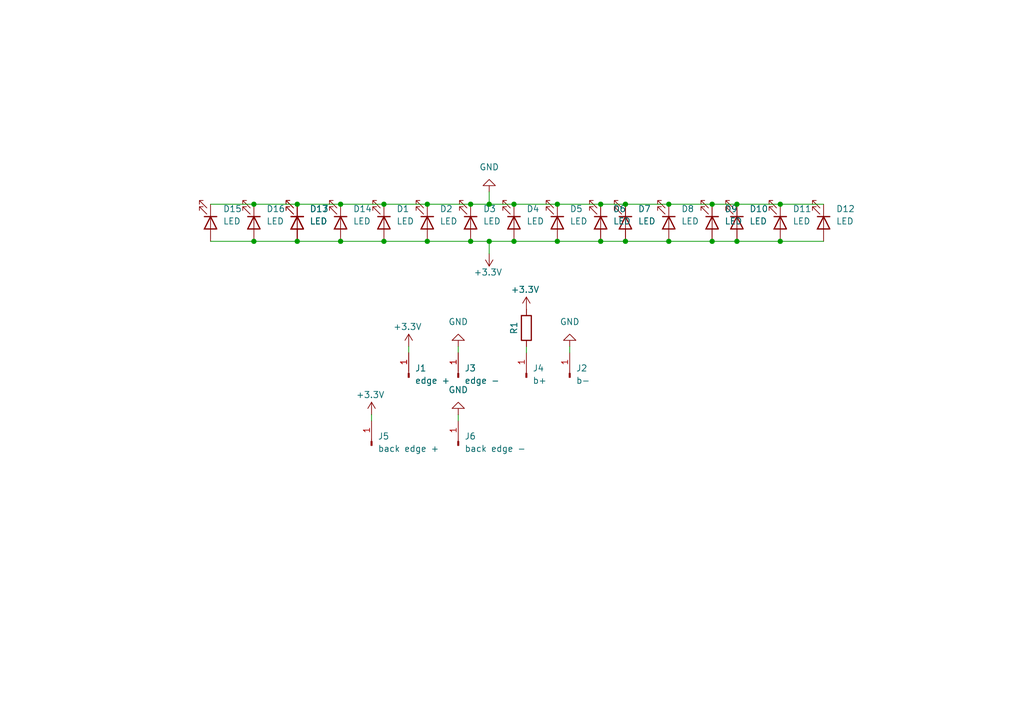
<source format=kicad_sch>
(kicad_sch (version 20250114) (generator "eeschema") (generator_version "9.0")
  (paper "A5")
  (lib_symbols
    (symbol "Connector:Conn_01x01_Pin" (pin_names (offset 1.016) (hide yes))
      (property "Reference" "J" (at 0 2.54 0))
      (property "Value" "Conn_01x01_Pin" (at 0 -2.54 0))
      (symbol "Conn_01x01_Pin_1_1"
        (rectangle (start 0.8636 0.127) (end 0 -0.127) (stroke (width 0.1524)) (fill (type outline)))
        (polyline (pts (xy 1.27 0) (xy 0.8636 0)) (stroke (width 0.1524)))
        (pin passive line (at 5.08 0 180) (length 3.81) (name "Pin_1") (number "1"))
      )
    )
    (symbol "Device:LED" (pin_numbers (hide yes)) (pin_names (offset 1.016) (hide yes))
      (property "Reference" "D" (at 0 2.54 0))
      (property "Value" "LED" (at 0 -2.54 0))
      (symbol "LED_0_1"
        (polyline (pts (xy -3.048 -0.762) (xy -4.572 -2.286) (xy -3.81 -2.286) (xy -4.572 -2.286) (xy -4.572 -1.524)))
        (polyline (pts (xy -1.778 -0.762) (xy -3.302 -2.286) (xy -2.54 -2.286) (xy -3.302 -2.286) (xy -3.302 -1.524)))
        (polyline (pts (xy -1.27 0) (xy 1.27 0)))
        (polyline (pts (xy -1.27 -1.27) (xy -1.27 1.27)) (stroke (width 0.254)))
        (polyline (pts (xy 1.27 -1.27) (xy 1.27 1.27) (xy -1.27 0) (xy 1.27 -1.27)) (stroke (width 0.254)))
      )
      (symbol "LED_1_1"
        (pin passive line (at -3.81 0 0) (length 2.54) (name "K") (number "1"))
        (pin passive line (at 3.81 0 180) (length 2.54) (name "A") (number "2"))
      )
    )
    (symbol "Device:R" (pin_numbers (hide yes)) (pin_names (offset 0))
      (property "Reference" "R" (at 2.032 0 90))
      (property "Value" "R" (at 0 0 90))
      (symbol "R_0_1"
        (rectangle (start -1.016 -2.54) (end 1.016 2.54) (stroke (width 0.254)))
      )
      (symbol "R_1_1"
        (pin passive line (at 0 3.81 270) (length 1.27) (name "~") (number "1"))
        (pin passive line (at 0 -3.81 90) (length 1.27) (name "~") (number "2"))
      )
    )
    (symbol "power:+3.3V" (power) (pin_numbers (hide yes)) (pin_names (offset 0) (hide yes))
      (property "Value" "+3.3V" (at 0 3.556 0))
      (symbol "+3.3V_0_1"
        (polyline (pts (xy -0.762 1.27) (xy 0 2.54)))
        (polyline (pts (xy 0 2.54) (xy 0.762 1.27)))
        (polyline (pts (xy 0 0) (xy 0 2.54)))
      )
      (symbol "+3.3V_1_1"
        (pin power_in line (at 0 0 90) (length 0) (name "~") (number "1"))
      )
    )
    (symbol "power:GND" (power) (pin_numbers (hide yes)) (pin_names (offset 0) (hide yes))
      (property "Value" "GND" (at 0 -3.81 0))
      (symbol "GND_0_1"
        (polyline (pts (xy 0 0) (xy 0 -1.27) (xy 1.27 -1.27) (xy 0 -2.54) (xy -1.27 -1.27) (xy 0 -1.27)))
      )
      (symbol "GND_1_1"
        (pin power_in line (at 0 0 270) (length 0) (name "~") (number "1"))
      )
    )
  )
  (junction (at 87.63 49.53))
  (junction (at 78.74 41.91))
  (junction (at 151.13 49.53))
  (junction (at 96.52 41.91))
  (junction (at 69.85 49.53))
  (junction (at 100.33 41.91))
  (junction (at 60.96 41.91))
  (junction (at 87.63 41.91))
  (junction (at 52.07 49.53))
  (junction (at 123.19 49.53))
  (junction (at 78.74 49.53))
  (junction (at 146.05 49.53))
  (junction (at 100.33 49.53))
  (junction (at 60.96 49.53))
  (junction (at 105.41 41.91))
  (junction (at 146.05 41.91))
  (junction (at 128.27 41.91))
  (junction (at 114.3 41.91))
  (junction (at 69.85 41.91))
  (junction (at 128.27 49.53))
  (junction (at 52.07 41.91))
  (junction (at 137.16 41.91))
  (junction (at 114.3 49.53))
  (junction (at 151.13 41.91))
  (junction (at 123.19 41.91))
  (junction (at 96.52 49.53))
  (junction (at 137.16 49.53))
  (junction (at 105.41 49.53))
  (junction (at 160.02 41.91))
  (junction (at 160.02 49.53))
  (wire (pts (xy 128.27 41.91) (xy 137.16 41.91)))
  (wire (pts (xy 114.3 41.91) (xy 123.19 41.91)))
  (wire (pts (xy 123.19 49.53) (xy 128.27 49.53)))
  (wire (pts (xy 128.27 49.53) (xy 137.16 49.53)))
  (wire (pts (xy 123.19 41.91) (xy 128.27 41.91)))
  (wire (pts (xy 60.96 49.53) (xy 69.85 49.53)))
  (wire (pts (xy 87.63 49.53) (xy 96.52 49.53)))
  (wire (pts (xy 160.02 41.91) (xy 168.91 41.91)))
  (wire (pts (xy 83.82 71.12) (xy 83.82 72.39)))
  (wire (pts (xy 146.05 49.53) (xy 151.13 49.53)))
  (wire (pts (xy 43.18 41.91) (xy 52.07 41.91)))
  (wire (pts (xy 52.07 49.53) (xy 60.96 49.53)))
  (wire (pts (xy 87.63 41.91) (xy 96.52 41.91)))
  (wire (pts (xy 78.74 41.91) (xy 87.63 41.91)))
  (wire (pts (xy 116.84 71.12) (xy 116.84 72.39)))
  (wire (pts (xy 100.33 39.37) (xy 100.33 41.91)))
  (wire (pts (xy 96.52 49.53) (xy 100.33 49.53)))
  (wire (pts (xy 76.2 85.09) (xy 76.2 86.36)))
  (wire (pts (xy 43.18 49.53) (xy 52.07 49.53)))
  (wire (pts (xy 107.95 72.39) (xy 107.95 71.12)))
  (wire (pts (xy 160.02 49.53) (xy 168.91 49.53)))
  (wire (pts (xy 105.41 49.53) (xy 114.3 49.53)))
  (wire (pts (xy 146.05 41.91) (xy 151.13 41.91)))
  (wire (pts (xy 100.33 49.53) (xy 105.41 49.53)))
  (wire (pts (xy 69.85 49.53) (xy 78.74 49.53)))
  (wire (pts (xy 151.13 41.91) (xy 160.02 41.91)))
  (wire (pts (xy 105.41 41.91) (xy 114.3 41.91)))
  (wire (pts (xy 52.07 41.91) (xy 60.96 41.91)))
  (wire (pts (xy 96.52 41.91) (xy 100.33 41.91)))
  (wire (pts (xy 93.98 85.09) (xy 93.98 86.36)))
  (wire (pts (xy 60.96 41.91) (xy 69.85 41.91)))
  (wire (pts (xy 93.98 71.12) (xy 93.98 72.39)))
  (wire (pts (xy 137.16 41.91) (xy 146.05 41.91)))
  (wire (pts (xy 100.33 52.07) (xy 100.33 49.53)))
  (wire (pts (xy 69.85 41.91) (xy 78.74 41.91)))
  (wire (pts (xy 137.16 49.53) (xy 146.05 49.53)))
  (wire (pts (xy 78.74 49.53) (xy 87.63 49.53)))
  (wire (pts (xy 100.33 41.91) (xy 105.41 41.91)))
  (wire (pts (xy 151.13 49.53) (xy 160.02 49.53)))
  (wire (pts (xy 114.3 49.53) (xy 123.19 49.53)))
  (symbol (lib_id "power:+3.3V") (at 83.82 71.12 0) (unit 1)
    (property "Reference" "#PWR05" (effects (hide yes)))
    (property "Value" "+3.3V" (at 83.566 67.056 0))
    (property "Description" "Power symbol creates a global label with name \"+3.3V\"" (effects (hide yes)))
  )
  (symbol (lib_id "power:GND") (at 93.98 85.09 180) (unit 1)
    (property "Reference" "#PWR08" (effects (hide yes)))
    (property "Value" "GND" (at 93.98 80.01 0))
    (property "Description" "Power symbol creates a global label with name \"GND\" , ground" (effects (hide yes)))
  )
  (symbol (lib_id "Device:LED") (at 96.52 45.72 270) (unit 1)
    (property "Reference" "D3" (at 99.06 42.8624 90) (effects (justify left)))
    (property "Value" "LED" (at 99.06 45.4024 90) (effects (justify left)))
    (property "Footprint" "LED_THT:LED_D3.0mm" (effects (hide yes)))
    (property "Description" "Light emitting diode" (effects (hide yes)))
    (property "Sim.Pins" "1=K 2=A" (effects (hide yes)))
  )
  (symbol (lib_id "Device:LED") (at 78.74 45.72 270) (unit 1)
    (property "Reference" "D1" (at 81.28 42.8624 90) (effects (justify left)))
    (property "Value" "LED" (at 81.28 45.4024 90) (effects (justify left)))
    (property "Footprint" "LED_THT:LED_D3.0mm" (effects (hide yes)))
    (property "Description" "Light emitting diode" (effects (hide yes)))
    (property "Sim.Pins" "1=K 2=A" (effects (hide yes)))
  )
  (symbol (lib_id "Connector:Conn_01x01_Pin") (at 76.2 91.44 90) (unit 1)
    (property "Reference" "J5" (at 77.47 89.5349 90) (effects (justify right)))
    (property "Value" "back edge +" (at 77.47 92.0749 90) (effects (justify right)))
    (property "Footprint" "Connector_Wire:SolderWirePad_1x01_SMD_2x4mm" (effects (hide yes)))
    (property "Description" "Generic connector, single row, 01x01, script generated" (effects (hide yes)))
  )
  (symbol (lib_id "Connector:Conn_01x01_Pin") (at 83.82 77.47 90) (unit 1)
    (property "Reference" "J1" (at 85.09 75.5649 90) (effects (justify right)))
    (property "Value" "edge +" (at 85.09 78.1049 90) (effects (justify right)))
    (property "Footprint" "Connector_Wire:SolderWirePad_1x01_SMD_2x4mm" (effects (hide yes)))
    (property "Description" "Generic connector, single row, 01x01, script generated" (effects (hide yes)))
  )
  (symbol (lib_id "power:GND") (at 116.84 71.12 180) (unit 1)
    (property "Reference" "#PWR02" (effects (hide yes)))
    (property "Value" "GND" (at 116.84 66.04 0))
    (property "Description" "Power symbol creates a global label with name \"GND\" , ground" (effects (hide yes)))
  )
  (symbol (lib_id "Connector:Conn_01x01_Pin") (at 107.95 77.47 90) (unit 1)
    (property "Reference" "J4" (at 109.22 75.5649 90) (effects (justify right)))
    (property "Value" "b+" (at 109.22 78.1049 90) (effects (justify right)))
    (property "Footprint" "Connector_Wire:SolderWirePad_1x01_SMD_2x4mm" (effects (hide yes)))
    (property "Description" "Generic connector, single row, 01x01, script generated" (effects (hide yes)))
  )
  (symbol (lib_id "Connector:Conn_01x01_Pin") (at 93.98 91.44 90) (unit 1)
    (property "Reference" "J6" (at 95.25 89.5349 90) (effects (justify right)))
    (property "Value" "back edge -" (at 95.25 92.0749 90) (effects (justify right)))
    (property "Footprint" "Connector_Wire:SolderWirePad_1x01_SMD_2x4mm" (effects (hide yes)))
    (property "Description" "Generic connector, single row, 01x01, script generated" (effects (hide yes)))
  )
  (symbol (lib_id "Device:LED") (at 137.16 45.72 270) (unit 1)
    (property "Reference" "D8" (at 139.7 42.8624 90) (effects (justify left)))
    (property "Value" "LED" (at 139.7 45.4024 90) (effects (justify left)))
    (property "Footprint" "LED_THT:LED_D3.0mm" (effects (hide yes)))
    (property "Description" "Light emitting diode" (effects (hide yes)))
    (property "Sim.Pins" "1=K 2=A" (effects (hide yes)))
  )
  (symbol (lib_id "Device:LED") (at 60.96 45.72 270) (unit 1)
    (property "Reference" "D13" (at 63.5 42.8624 90) (effects (justify left)))
    (property "Value" "LED" (at 63.5 45.4024 90) (effects (justify left)))
    (property "Footprint" "LED_THT:LED_D3.0mm" (effects (hide yes)))
    (property "Description" "Light emitting diode" (effects (hide yes)))
    (property "Sim.Pins" "1=K 2=A" (effects (hide yes)))
  )
  (symbol (lib_id "Device:LED") (at 60.96 45.72 270) (unit 1)
    (property "Reference" "D17" (at 63.5 42.8624 90) (effects (justify left)))
    (property "Value" "LED" (at 63.5 45.4024 90) (effects (justify left)))
    (property "Footprint" "LED_THT:LED_D3.0mm" (effects (hide yes)))
    (property "Description" "Light emitting diode" (effects (hide yes)))
    (property "Sim.Pins" "1=K 2=A" (effects (hide yes)))
  )
  (symbol (lib_id "Connector:Conn_01x01_Pin") (at 116.84 77.47 90) (unit 1)
    (property "Reference" "J2" (at 118.11 75.5649 90) (effects (justify right)))
    (property "Value" "b-" (at 118.11 78.1049 90) (effects (justify right)))
    (property "Footprint" "Connector_Wire:SolderWirePad_1x01_SMD_2x4mm" (effects (hide yes)))
    (property "Description" "Generic connector, single row, 01x01, script generated" (effects (hide yes)))
  )
  (symbol (lib_id "power:+3.3V") (at 76.2 85.09 0) (unit 1)
    (property "Reference" "#PWR07" (effects (hide yes)))
    (property "Value" "+3.3V" (at 75.946 81.026 0))
    (property "Description" "Power symbol creates a global label with name \"+3.3V\"" (effects (hide yes)))
  )
  (symbol (lib_id "Device:LED") (at 168.91 45.72 270) (unit 1)
    (property "Reference" "D12" (at 171.45 42.8624 90) (effects (justify left)))
    (property "Value" "LED" (at 171.45 45.4024 90) (effects (justify left)))
    (property "Footprint" "LED_THT:LED_D3.0mm" (effects (hide yes)))
    (property "Description" "Light emitting diode" (effects (hide yes)))
    (property "Sim.Pins" "1=K 2=A" (effects (hide yes)))
  )
  (symbol (lib_id "Device:LED") (at 151.13 45.72 270) (unit 1)
    (property "Reference" "D10" (at 153.67 42.8624 90) (effects (justify left)))
    (property "Value" "LED" (at 153.67 45.4024 90) (effects (justify left)))
    (property "Footprint" "LED_THT:LED_D3.0mm" (effects (hide yes)))
    (property "Description" "Light emitting diode" (effects (hide yes)))
    (property "Sim.Pins" "1=K 2=A" (effects (hide yes)))
  )
  (symbol (lib_id "power:+3.3V") (at 107.95 63.5 0) (unit 1)
    (property "Reference" "#PWR01" (effects (hide yes)))
    (property "Value" "+3.3V" (at 107.696 59.436 0))
    (property "Description" "Power symbol creates a global label with name \"+3.3V\"" (effects (hide yes)))
  )
  (symbol (lib_id "Device:LED") (at 160.02 45.72 270) (unit 1)
    (property "Reference" "D11" (at 162.56 42.8624 90) (effects (justify left)))
    (property "Value" "LED" (at 162.56 45.4024 90) (effects (justify left)))
    (property "Footprint" "LED_THT:LED_D3.0mm" (effects (hide yes)))
    (property "Description" "Light emitting diode" (effects (hide yes)))
    (property "Sim.Pins" "1=K 2=A" (effects (hide yes)))
  )
  (symbol (lib_id "Device:LED") (at 69.85 45.72 270) (unit 1)
    (property "Reference" "D14" (at 72.39 42.8624 90) (effects (justify left)))
    (property "Value" "LED" (at 72.39 45.4024 90) (effects (justify left)))
    (property "Footprint" "LED_THT:LED_D3.0mm" (effects (hide yes)))
    (property "Description" "Light emitting diode" (effects (hide yes)))
    (property "Sim.Pins" "1=K 2=A" (effects (hide yes)))
  )
  (symbol (lib_id "power:GND") (at 100.33 39.37 180) (unit 1)
    (property "Reference" "#PWR04" (effects (hide yes)))
    (property "Value" "GND" (at 100.33 34.29 0))
    (property "Description" "Power symbol creates a global label with name \"GND\" , ground" (effects (hide yes)))
  )
  (symbol (lib_id "power:+3.3V") (at 100.33 52.07 180) (unit 1)
    (property "Reference" "#PWR03" (effects (hide yes)))
    (property "Value" "+3.3V" (at 100.076 55.88 0))
    (property "Description" "Power symbol creates a global label with name \"+3.3V\"" (effects (hide yes)))
  )
  (symbol (lib_id "Connector:Conn_01x01_Pin") (at 93.98 77.47 90) (unit 1)
    (property "Reference" "J3" (at 95.25 75.5649 90) (effects (justify right)))
    (property "Value" "edge -" (at 95.25 78.1049 90) (effects (justify right)))
    (property "Footprint" "Connector_Wire:SolderWirePad_1x01_SMD_2x4mm" (effects (hide yes)))
    (property "Description" "Generic connector, single row, 01x01, script generated" (effects (hide yes)))
  )
  (symbol (lib_id "Device:LED") (at 128.27 45.72 270) (unit 1)
    (property "Reference" "D7" (at 130.81 42.8624 90) (effects (justify left)))
    (property "Value" "LED" (at 130.81 45.4024 90) (effects (justify left)))
    (property "Footprint" "LED_THT:LED_D3.0mm" (effects (hide yes)))
    (property "Description" "Light emitting diode" (effects (hide yes)))
    (property "Sim.Pins" "1=K 2=A" (effects (hide yes)))
  )
  (symbol (lib_id "Device:LED") (at 43.18 45.72 270) (unit 1)
    (property "Reference" "D15" (at 45.72 42.8624 90) (effects (justify left)))
    (property "Value" "LED" (at 45.72 45.4024 90) (effects (justify left)))
    (property "Footprint" "LED_THT:LED_D3.0mm" (effects (hide yes)))
    (property "Description" "Light emitting diode" (effects (hide yes)))
    (property "Sim.Pins" "1=K 2=A" (effects (hide yes)))
  )
  (symbol (lib_id "Device:LED") (at 87.63 45.72 270) (unit 1)
    (property "Reference" "D2" (at 90.17 42.8624 90) (effects (justify left)))
    (property "Value" "LED" (at 90.17 45.4024 90) (effects (justify left)))
    (property "Footprint" "LED_THT:LED_D3.0mm" (effects (hide yes)))
    (property "Description" "Light emitting diode" (effects (hide yes)))
    (property "Sim.Pins" "1=K 2=A" (effects (hide yes)))
  )
  (symbol (lib_id "Device:LED") (at 52.07 45.72 270) (unit 1)
    (property "Reference" "D16" (at 54.61 42.8624 90) (effects (justify left)))
    (property "Value" "LED" (at 54.61 45.4024 90) (effects (justify left)))
    (property "Footprint" "LED_THT:LED_D3.0mm" (effects (hide yes)))
    (property "Description" "Light emitting diode" (effects (hide yes)))
    (property "Sim.Pins" "1=K 2=A" (effects (hide yes)))
  )
  (symbol (lib_id "Device:R") (at 107.95 67.31 180) (unit 1)
    (property "Reference" "R1" (at 105.41 67.31 90))
    (property "Value" "R" (effects (hide yes)))
    (property "Footprint" "Resistor_THT:R_Axial_DIN0204_L3.6mm_D1.6mm_P7.62mm_Horizontal" (effects (hide yes)))
    (property "Description" "Resistor" (effects (hide yes)))
  )
  (symbol (lib_id "power:GND") (at 93.98 71.12 180) (unit 1)
    (property "Reference" "#PWR06" (effects (hide yes)))
    (property "Value" "GND" (at 93.98 66.04 0))
    (property "Description" "Power symbol creates a global label with name \"GND\" , ground" (effects (hide yes)))
  )
  (symbol (lib_id "Device:LED") (at 146.05 45.72 270) (unit 1)
    (property "Reference" "D9" (at 148.59 42.8624 90) (effects (justify left)))
    (property "Value" "LED" (at 148.59 45.4024 90) (effects (justify left)))
    (property "Footprint" "LED_THT:LED_D3.0mm" (effects (hide yes)))
    (property "Description" "Light emitting diode" (effects (hide yes)))
    (property "Sim.Pins" "1=K 2=A" (effects (hide yes)))
  )
  (symbol (lib_id "Device:LED") (at 114.3 45.72 270) (unit 1)
    (property "Reference" "D5" (at 116.84 42.8624 90) (effects (justify left)))
    (property "Value" "LED" (at 116.84 45.4024 90) (effects (justify left)))
    (property "Footprint" "LED_THT:LED_D3.0mm" (effects (hide yes)))
    (property "Description" "Light emitting diode" (effects (hide yes)))
    (property "Sim.Pins" "1=K 2=A" (effects (hide yes)))
  )
  (symbol (lib_id "Device:LED") (at 123.19 45.72 270) (unit 1)
    (property "Reference" "D6" (at 125.73 42.8624 90) (effects (justify left)))
    (property "Value" "LED" (at 125.73 45.4024 90) (effects (justify left)))
    (property "Footprint" "LED_THT:LED_D3.0mm" (effects (hide yes)))
    (property "Description" "Light emitting diode" (effects (hide yes)))
    (property "Sim.Pins" "1=K 2=A" (effects (hide yes)))
  )
  (symbol (lib_id "Device:LED") (at 105.41 45.72 270) (unit 1)
    (property "Reference" "D4" (at 107.95 42.8624 90) (effects (justify left)))
    (property "Value" "LED" (at 107.95 45.4024 90) (effects (justify left)))
    (property "Footprint" "LED_THT:LED_D3.0mm" (effects (hide yes)))
    (property "Description" "Light emitting diode" (effects (hide yes)))
    (property "Sim.Pins" "1=K 2=A" (effects (hide yes)))
  )
)
</source>
